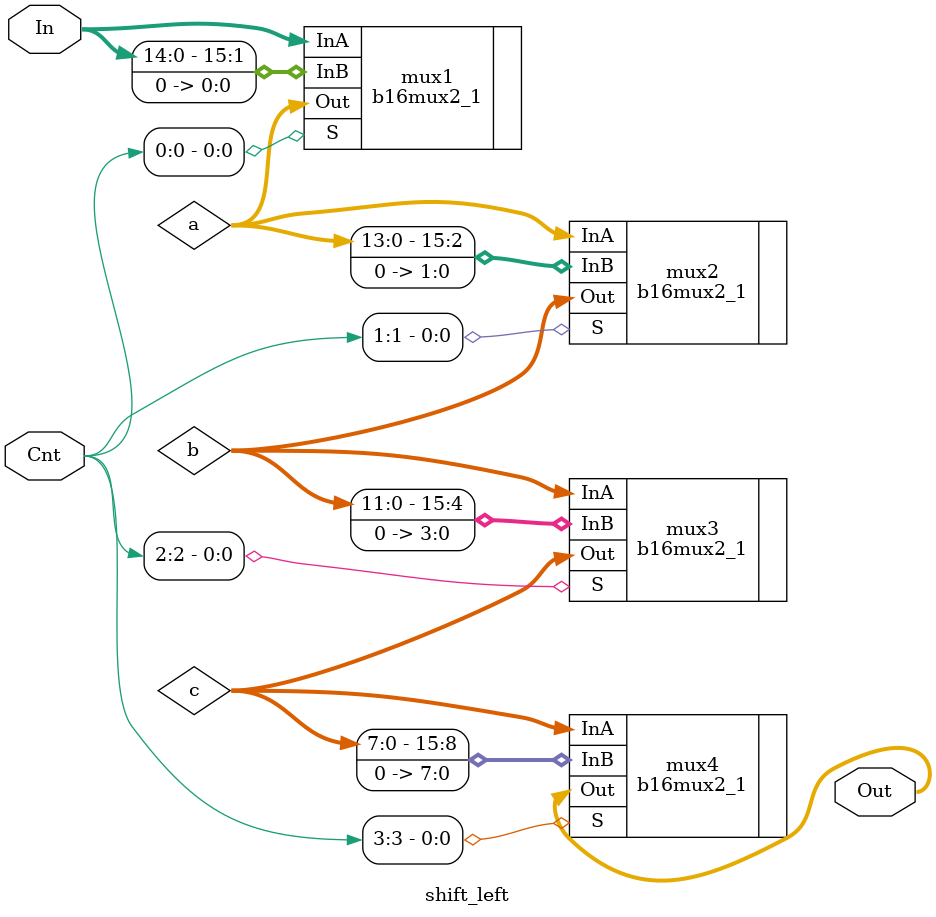
<source format=v>
module shift_left(In,Cnt,Out);
input [15:0] In;
input [3:0] Cnt;
output [15:0] Out;
wire [15:0] a,b,c;

b16mux2_1 mux1(.InA(In),.InB({In[14:0], 1'b0}),.S(Cnt[0]),.Out(a));
b16mux2_1 mux2(.InA(a),.InB({a[13:0], 2'b00}),.S(Cnt[1]),.Out(b));
b16mux2_1 mux3(.InA(b),.InB({b[11:0], 4'b0000}),.S(Cnt[2]),.Out(c));
b16mux2_1 mux4(.InA(c),.InB({c[7:0], 8'b00000000}),.S(Cnt[3]),.Out(Out));

endmodule


</source>
